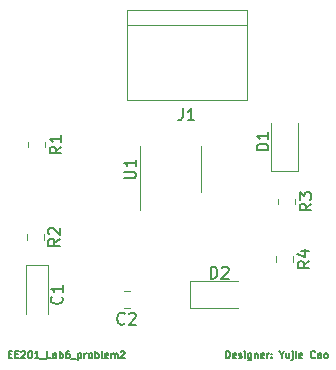
<source format=gbr>
%TF.GenerationSoftware,KiCad,Pcbnew,(6.0.10-0)*%
%TF.CreationDate,2023-02-17T15:47:28-08:00*%
%TF.ProjectId,problem2,70726f62-6c65-46d3-922e-6b696361645f,rev?*%
%TF.SameCoordinates,Original*%
%TF.FileFunction,Legend,Top*%
%TF.FilePolarity,Positive*%
%FSLAX46Y46*%
G04 Gerber Fmt 4.6, Leading zero omitted, Abs format (unit mm)*
G04 Created by KiCad (PCBNEW (6.0.10-0)) date 2023-02-17 15:47:28*
%MOMM*%
%LPD*%
G01*
G04 APERTURE LIST*
%ADD10C,0.150000*%
%ADD11C,0.120000*%
G04 APERTURE END LIST*
D10*
X109414285Y-91397142D02*
X109614285Y-91397142D01*
X109700000Y-91711428D02*
X109414285Y-91711428D01*
X109414285Y-91111428D01*
X109700000Y-91111428D01*
X109957142Y-91397142D02*
X110157142Y-91397142D01*
X110242857Y-91711428D02*
X109957142Y-91711428D01*
X109957142Y-91111428D01*
X110242857Y-91111428D01*
X110471428Y-91168571D02*
X110500000Y-91140000D01*
X110557142Y-91111428D01*
X110700000Y-91111428D01*
X110757142Y-91140000D01*
X110785714Y-91168571D01*
X110814285Y-91225714D01*
X110814285Y-91282857D01*
X110785714Y-91368571D01*
X110442857Y-91711428D01*
X110814285Y-91711428D01*
X111185714Y-91111428D02*
X111242857Y-91111428D01*
X111300000Y-91140000D01*
X111328571Y-91168571D01*
X111357142Y-91225714D01*
X111385714Y-91340000D01*
X111385714Y-91482857D01*
X111357142Y-91597142D01*
X111328571Y-91654285D01*
X111300000Y-91682857D01*
X111242857Y-91711428D01*
X111185714Y-91711428D01*
X111128571Y-91682857D01*
X111100000Y-91654285D01*
X111071428Y-91597142D01*
X111042857Y-91482857D01*
X111042857Y-91340000D01*
X111071428Y-91225714D01*
X111100000Y-91168571D01*
X111128571Y-91140000D01*
X111185714Y-91111428D01*
X111957142Y-91711428D02*
X111614285Y-91711428D01*
X111785714Y-91711428D02*
X111785714Y-91111428D01*
X111728571Y-91197142D01*
X111671428Y-91254285D01*
X111614285Y-91282857D01*
X112071428Y-91768571D02*
X112528571Y-91768571D01*
X112957142Y-91711428D02*
X112671428Y-91711428D01*
X112671428Y-91111428D01*
X113414285Y-91711428D02*
X113414285Y-91397142D01*
X113385714Y-91340000D01*
X113328571Y-91311428D01*
X113214285Y-91311428D01*
X113157142Y-91340000D01*
X113414285Y-91682857D02*
X113357142Y-91711428D01*
X113214285Y-91711428D01*
X113157142Y-91682857D01*
X113128571Y-91625714D01*
X113128571Y-91568571D01*
X113157142Y-91511428D01*
X113214285Y-91482857D01*
X113357142Y-91482857D01*
X113414285Y-91454285D01*
X113700000Y-91711428D02*
X113700000Y-91111428D01*
X113700000Y-91340000D02*
X113757142Y-91311428D01*
X113871428Y-91311428D01*
X113928571Y-91340000D01*
X113957142Y-91368571D01*
X113985714Y-91425714D01*
X113985714Y-91597142D01*
X113957142Y-91654285D01*
X113928571Y-91682857D01*
X113871428Y-91711428D01*
X113757142Y-91711428D01*
X113700000Y-91682857D01*
X114500000Y-91111428D02*
X114385714Y-91111428D01*
X114328571Y-91140000D01*
X114300000Y-91168571D01*
X114242857Y-91254285D01*
X114214285Y-91368571D01*
X114214285Y-91597142D01*
X114242857Y-91654285D01*
X114271428Y-91682857D01*
X114328571Y-91711428D01*
X114442857Y-91711428D01*
X114500000Y-91682857D01*
X114528571Y-91654285D01*
X114557142Y-91597142D01*
X114557142Y-91454285D01*
X114528571Y-91397142D01*
X114500000Y-91368571D01*
X114442857Y-91340000D01*
X114328571Y-91340000D01*
X114271428Y-91368571D01*
X114242857Y-91397142D01*
X114214285Y-91454285D01*
X114671428Y-91768571D02*
X115128571Y-91768571D01*
X115271428Y-91311428D02*
X115271428Y-91911428D01*
X115271428Y-91340000D02*
X115328571Y-91311428D01*
X115442857Y-91311428D01*
X115500000Y-91340000D01*
X115528571Y-91368571D01*
X115557142Y-91425714D01*
X115557142Y-91597142D01*
X115528571Y-91654285D01*
X115500000Y-91682857D01*
X115442857Y-91711428D01*
X115328571Y-91711428D01*
X115271428Y-91682857D01*
X115814285Y-91711428D02*
X115814285Y-91311428D01*
X115814285Y-91425714D02*
X115842857Y-91368571D01*
X115871428Y-91340000D01*
X115928571Y-91311428D01*
X115985714Y-91311428D01*
X116271428Y-91711428D02*
X116214285Y-91682857D01*
X116185714Y-91654285D01*
X116157142Y-91597142D01*
X116157142Y-91425714D01*
X116185714Y-91368571D01*
X116214285Y-91340000D01*
X116271428Y-91311428D01*
X116357142Y-91311428D01*
X116414285Y-91340000D01*
X116442857Y-91368571D01*
X116471428Y-91425714D01*
X116471428Y-91597142D01*
X116442857Y-91654285D01*
X116414285Y-91682857D01*
X116357142Y-91711428D01*
X116271428Y-91711428D01*
X116728571Y-91711428D02*
X116728571Y-91111428D01*
X116728571Y-91340000D02*
X116785714Y-91311428D01*
X116900000Y-91311428D01*
X116957142Y-91340000D01*
X116985714Y-91368571D01*
X117014285Y-91425714D01*
X117014285Y-91597142D01*
X116985714Y-91654285D01*
X116957142Y-91682857D01*
X116900000Y-91711428D01*
X116785714Y-91711428D01*
X116728571Y-91682857D01*
X117357142Y-91711428D02*
X117300000Y-91682857D01*
X117271428Y-91625714D01*
X117271428Y-91111428D01*
X117814285Y-91682857D02*
X117757142Y-91711428D01*
X117642857Y-91711428D01*
X117585714Y-91682857D01*
X117557142Y-91625714D01*
X117557142Y-91397142D01*
X117585714Y-91340000D01*
X117642857Y-91311428D01*
X117757142Y-91311428D01*
X117814285Y-91340000D01*
X117842857Y-91397142D01*
X117842857Y-91454285D01*
X117557142Y-91511428D01*
X118100000Y-91711428D02*
X118100000Y-91311428D01*
X118100000Y-91368571D02*
X118128571Y-91340000D01*
X118185714Y-91311428D01*
X118271428Y-91311428D01*
X118328571Y-91340000D01*
X118357142Y-91397142D01*
X118357142Y-91711428D01*
X118357142Y-91397142D02*
X118385714Y-91340000D01*
X118442857Y-91311428D01*
X118528571Y-91311428D01*
X118585714Y-91340000D01*
X118614285Y-91397142D01*
X118614285Y-91711428D01*
X118871428Y-91168571D02*
X118900000Y-91140000D01*
X118957142Y-91111428D01*
X119100000Y-91111428D01*
X119157142Y-91140000D01*
X119185714Y-91168571D01*
X119214285Y-91225714D01*
X119214285Y-91282857D01*
X119185714Y-91368571D01*
X118842857Y-91711428D01*
X119214285Y-91711428D01*
X127780000Y-91711428D02*
X127780000Y-91111428D01*
X127922857Y-91111428D01*
X128008571Y-91140000D01*
X128065714Y-91197142D01*
X128094285Y-91254285D01*
X128122857Y-91368571D01*
X128122857Y-91454285D01*
X128094285Y-91568571D01*
X128065714Y-91625714D01*
X128008571Y-91682857D01*
X127922857Y-91711428D01*
X127780000Y-91711428D01*
X128608571Y-91682857D02*
X128551428Y-91711428D01*
X128437142Y-91711428D01*
X128380000Y-91682857D01*
X128351428Y-91625714D01*
X128351428Y-91397142D01*
X128380000Y-91340000D01*
X128437142Y-91311428D01*
X128551428Y-91311428D01*
X128608571Y-91340000D01*
X128637142Y-91397142D01*
X128637142Y-91454285D01*
X128351428Y-91511428D01*
X128865714Y-91682857D02*
X128922857Y-91711428D01*
X129037142Y-91711428D01*
X129094285Y-91682857D01*
X129122857Y-91625714D01*
X129122857Y-91597142D01*
X129094285Y-91540000D01*
X129037142Y-91511428D01*
X128951428Y-91511428D01*
X128894285Y-91482857D01*
X128865714Y-91425714D01*
X128865714Y-91397142D01*
X128894285Y-91340000D01*
X128951428Y-91311428D01*
X129037142Y-91311428D01*
X129094285Y-91340000D01*
X129380000Y-91711428D02*
X129380000Y-91311428D01*
X129380000Y-91111428D02*
X129351428Y-91140000D01*
X129380000Y-91168571D01*
X129408571Y-91140000D01*
X129380000Y-91111428D01*
X129380000Y-91168571D01*
X129922857Y-91311428D02*
X129922857Y-91797142D01*
X129894285Y-91854285D01*
X129865714Y-91882857D01*
X129808571Y-91911428D01*
X129722857Y-91911428D01*
X129665714Y-91882857D01*
X129922857Y-91682857D02*
X129865714Y-91711428D01*
X129751428Y-91711428D01*
X129694285Y-91682857D01*
X129665714Y-91654285D01*
X129637142Y-91597142D01*
X129637142Y-91425714D01*
X129665714Y-91368571D01*
X129694285Y-91340000D01*
X129751428Y-91311428D01*
X129865714Y-91311428D01*
X129922857Y-91340000D01*
X130208571Y-91311428D02*
X130208571Y-91711428D01*
X130208571Y-91368571D02*
X130237142Y-91340000D01*
X130294285Y-91311428D01*
X130380000Y-91311428D01*
X130437142Y-91340000D01*
X130465714Y-91397142D01*
X130465714Y-91711428D01*
X130980000Y-91682857D02*
X130922857Y-91711428D01*
X130808571Y-91711428D01*
X130751428Y-91682857D01*
X130722857Y-91625714D01*
X130722857Y-91397142D01*
X130751428Y-91340000D01*
X130808571Y-91311428D01*
X130922857Y-91311428D01*
X130980000Y-91340000D01*
X131008571Y-91397142D01*
X131008571Y-91454285D01*
X130722857Y-91511428D01*
X131265714Y-91711428D02*
X131265714Y-91311428D01*
X131265714Y-91425714D02*
X131294285Y-91368571D01*
X131322857Y-91340000D01*
X131380000Y-91311428D01*
X131437142Y-91311428D01*
X131637142Y-91654285D02*
X131665714Y-91682857D01*
X131637142Y-91711428D01*
X131608571Y-91682857D01*
X131637142Y-91654285D01*
X131637142Y-91711428D01*
X131637142Y-91340000D02*
X131665714Y-91368571D01*
X131637142Y-91397142D01*
X131608571Y-91368571D01*
X131637142Y-91340000D01*
X131637142Y-91397142D01*
X132494285Y-91425714D02*
X132494285Y-91711428D01*
X132294285Y-91111428D02*
X132494285Y-91425714D01*
X132694285Y-91111428D01*
X133151428Y-91311428D02*
X133151428Y-91711428D01*
X132894285Y-91311428D02*
X132894285Y-91625714D01*
X132922857Y-91682857D01*
X132980000Y-91711428D01*
X133065714Y-91711428D01*
X133122857Y-91682857D01*
X133151428Y-91654285D01*
X133437142Y-91311428D02*
X133437142Y-91825714D01*
X133408571Y-91882857D01*
X133351428Y-91911428D01*
X133322857Y-91911428D01*
X133437142Y-91111428D02*
X133408571Y-91140000D01*
X133437142Y-91168571D01*
X133465714Y-91140000D01*
X133437142Y-91111428D01*
X133437142Y-91168571D01*
X133722857Y-91711428D02*
X133722857Y-91311428D01*
X133722857Y-91111428D02*
X133694285Y-91140000D01*
X133722857Y-91168571D01*
X133751428Y-91140000D01*
X133722857Y-91111428D01*
X133722857Y-91168571D01*
X134237142Y-91682857D02*
X134180000Y-91711428D01*
X134065714Y-91711428D01*
X134008571Y-91682857D01*
X133980000Y-91625714D01*
X133980000Y-91397142D01*
X134008571Y-91340000D01*
X134065714Y-91311428D01*
X134180000Y-91311428D01*
X134237142Y-91340000D01*
X134265714Y-91397142D01*
X134265714Y-91454285D01*
X133980000Y-91511428D01*
X135322857Y-91654285D02*
X135294285Y-91682857D01*
X135208571Y-91711428D01*
X135151428Y-91711428D01*
X135065714Y-91682857D01*
X135008571Y-91625714D01*
X134980000Y-91568571D01*
X134951428Y-91454285D01*
X134951428Y-91368571D01*
X134980000Y-91254285D01*
X135008571Y-91197142D01*
X135065714Y-91140000D01*
X135151428Y-91111428D01*
X135208571Y-91111428D01*
X135294285Y-91140000D01*
X135322857Y-91168571D01*
X135837142Y-91711428D02*
X135837142Y-91397142D01*
X135808571Y-91340000D01*
X135751428Y-91311428D01*
X135637142Y-91311428D01*
X135580000Y-91340000D01*
X135837142Y-91682857D02*
X135780000Y-91711428D01*
X135637142Y-91711428D01*
X135580000Y-91682857D01*
X135551428Y-91625714D01*
X135551428Y-91568571D01*
X135580000Y-91511428D01*
X135637142Y-91482857D01*
X135780000Y-91482857D01*
X135837142Y-91454285D01*
X136208571Y-91711428D02*
X136151428Y-91682857D01*
X136122857Y-91654285D01*
X136094285Y-91597142D01*
X136094285Y-91425714D01*
X136122857Y-91368571D01*
X136151428Y-91340000D01*
X136208571Y-91311428D01*
X136294285Y-91311428D01*
X136351428Y-91340000D01*
X136380000Y-91368571D01*
X136408571Y-91425714D01*
X136408571Y-91597142D01*
X136380000Y-91654285D01*
X136351428Y-91682857D01*
X136294285Y-91711428D01*
X136208571Y-91711428D01*
%TO.C,R2*%
X113747380Y-81624282D02*
X113271190Y-81957616D01*
X113747380Y-82195711D02*
X112747380Y-82195711D01*
X112747380Y-81814758D01*
X112795000Y-81719520D01*
X112842619Y-81671901D01*
X112937857Y-81624282D01*
X113080714Y-81624282D01*
X113175952Y-81671901D01*
X113223571Y-81719520D01*
X113271190Y-81814758D01*
X113271190Y-82195711D01*
X112842619Y-81243330D02*
X112795000Y-81195711D01*
X112747380Y-81100473D01*
X112747380Y-80862377D01*
X112795000Y-80767139D01*
X112842619Y-80719520D01*
X112937857Y-80671901D01*
X113033095Y-80671901D01*
X113175952Y-80719520D01*
X113747380Y-81290949D01*
X113747380Y-80671901D01*
%TO.C,D1*%
X131382380Y-74143415D02*
X130382380Y-74143415D01*
X130382380Y-73905320D01*
X130430000Y-73762462D01*
X130525238Y-73667224D01*
X130620476Y-73619605D01*
X130810952Y-73571986D01*
X130953809Y-73571986D01*
X131144285Y-73619605D01*
X131239523Y-73667224D01*
X131334761Y-73762462D01*
X131382380Y-73905320D01*
X131382380Y-74143415D01*
X131382380Y-72619605D02*
X131382380Y-73191034D01*
X131382380Y-72905320D02*
X130382380Y-72905320D01*
X130525238Y-73000558D01*
X130620476Y-73095796D01*
X130668095Y-73191034D01*
%TO.C,R1*%
X113862380Y-73826666D02*
X113386190Y-74160000D01*
X113862380Y-74398095D02*
X112862380Y-74398095D01*
X112862380Y-74017142D01*
X112910000Y-73921904D01*
X112957619Y-73874285D01*
X113052857Y-73826666D01*
X113195714Y-73826666D01*
X113290952Y-73874285D01*
X113338571Y-73921904D01*
X113386190Y-74017142D01*
X113386190Y-74398095D01*
X113862380Y-72874285D02*
X113862380Y-73445714D01*
X113862380Y-73160000D02*
X112862380Y-73160000D01*
X113005238Y-73255238D01*
X113100476Y-73350476D01*
X113148095Y-73445714D01*
%TO.C,J1*%
X124126666Y-70572380D02*
X124126666Y-71286666D01*
X124079047Y-71429523D01*
X123983809Y-71524761D01*
X123840952Y-71572380D01*
X123745714Y-71572380D01*
X125126666Y-71572380D02*
X124555238Y-71572380D01*
X124840952Y-71572380D02*
X124840952Y-70572380D01*
X124745714Y-70715238D01*
X124650476Y-70810476D01*
X124555238Y-70858095D01*
%TO.C,D2*%
X126491904Y-84992380D02*
X126491904Y-83992380D01*
X126730000Y-83992380D01*
X126872857Y-84040000D01*
X126968095Y-84135238D01*
X127015714Y-84230476D01*
X127063333Y-84420952D01*
X127063333Y-84563809D01*
X127015714Y-84754285D01*
X126968095Y-84849523D01*
X126872857Y-84944761D01*
X126730000Y-84992380D01*
X126491904Y-84992380D01*
X127444285Y-84087619D02*
X127491904Y-84040000D01*
X127587142Y-83992380D01*
X127825238Y-83992380D01*
X127920476Y-84040000D01*
X127968095Y-84087619D01*
X128015714Y-84182857D01*
X128015714Y-84278095D01*
X127968095Y-84420952D01*
X127396666Y-84992380D01*
X128015714Y-84992380D01*
%TO.C,U1*%
X119152380Y-76501904D02*
X119961904Y-76501904D01*
X120057142Y-76454285D01*
X120104761Y-76406666D01*
X120152380Y-76311428D01*
X120152380Y-76120952D01*
X120104761Y-76025714D01*
X120057142Y-75978095D01*
X119961904Y-75930476D01*
X119152380Y-75930476D01*
X120152380Y-74930476D02*
X120152380Y-75501904D01*
X120152380Y-75216190D02*
X119152380Y-75216190D01*
X119295238Y-75311428D01*
X119390476Y-75406666D01*
X119438095Y-75501904D01*
%TO.C,C2*%
X119213333Y-88789630D02*
X119165714Y-88837249D01*
X119022857Y-88884868D01*
X118927619Y-88884868D01*
X118784761Y-88837249D01*
X118689523Y-88742011D01*
X118641904Y-88646773D01*
X118594285Y-88456297D01*
X118594285Y-88313440D01*
X118641904Y-88122964D01*
X118689523Y-88027726D01*
X118784761Y-87932488D01*
X118927619Y-87884868D01*
X119022857Y-87884868D01*
X119165714Y-87932488D01*
X119213333Y-87980107D01*
X119594285Y-87980107D02*
X119641904Y-87932488D01*
X119737142Y-87884868D01*
X119975238Y-87884868D01*
X120070476Y-87932488D01*
X120118095Y-87980107D01*
X120165714Y-88075345D01*
X120165714Y-88170583D01*
X120118095Y-88313440D01*
X119546666Y-88884868D01*
X120165714Y-88884868D01*
%TO.C,R4*%
X134852380Y-83511986D02*
X134376190Y-83845320D01*
X134852380Y-84083415D02*
X133852380Y-84083415D01*
X133852380Y-83702462D01*
X133900000Y-83607224D01*
X133947619Y-83559605D01*
X134042857Y-83511986D01*
X134185714Y-83511986D01*
X134280952Y-83559605D01*
X134328571Y-83607224D01*
X134376190Y-83702462D01*
X134376190Y-84083415D01*
X134185714Y-82654843D02*
X134852380Y-82654843D01*
X133804761Y-82892939D02*
X134519047Y-83131034D01*
X134519047Y-82511986D01*
%TO.C,R3*%
X135029444Y-78651986D02*
X134553254Y-78985320D01*
X135029444Y-79223415D02*
X134029444Y-79223415D01*
X134029444Y-78842462D01*
X134077064Y-78747224D01*
X134124683Y-78699605D01*
X134219921Y-78651986D01*
X134362778Y-78651986D01*
X134458016Y-78699605D01*
X134505635Y-78747224D01*
X134553254Y-78842462D01*
X134553254Y-79223415D01*
X134029444Y-78318653D02*
X134029444Y-77699605D01*
X134410397Y-78032939D01*
X134410397Y-77890081D01*
X134458016Y-77794843D01*
X134505635Y-77747224D01*
X134600873Y-77699605D01*
X134838968Y-77699605D01*
X134934206Y-77747224D01*
X134981825Y-77794843D01*
X135029444Y-77890081D01*
X135029444Y-78175796D01*
X134981825Y-78271034D01*
X134934206Y-78318653D01*
%TO.C,C1*%
X113867142Y-86526666D02*
X113914761Y-86574285D01*
X113962380Y-86717142D01*
X113962380Y-86812380D01*
X113914761Y-86955238D01*
X113819523Y-87050476D01*
X113724285Y-87098095D01*
X113533809Y-87145714D01*
X113390952Y-87145714D01*
X113200476Y-87098095D01*
X113105238Y-87050476D01*
X113010000Y-86955238D01*
X112962380Y-86812380D01*
X112962380Y-86717142D01*
X113010000Y-86574285D01*
X113057619Y-86526666D01*
X113962380Y-85574285D02*
X113962380Y-86145714D01*
X113962380Y-85860000D02*
X112962380Y-85860000D01*
X113105238Y-85955238D01*
X113200476Y-86050476D01*
X113248095Y-86145714D01*
D11*
%TO.C,R2*%
X110910000Y-81230552D02*
X110910000Y-81684680D01*
X112380000Y-81230552D02*
X112380000Y-81684680D01*
%TO.C,D1*%
X131615000Y-75865320D02*
X133885000Y-75865320D01*
X131615000Y-71805320D02*
X131615000Y-75865320D01*
X133885000Y-75865320D02*
X133885000Y-71805320D01*
%TO.C,R1*%
X111025000Y-73432936D02*
X111025000Y-73887064D01*
X112495000Y-73432936D02*
X112495000Y-73887064D01*
%TO.C,J1*%
X119380000Y-69850000D02*
X129540000Y-69850000D01*
X119380000Y-62230000D02*
X119380000Y-69850000D01*
X119380000Y-63500000D02*
X129540000Y-63500000D01*
X129540000Y-62230000D02*
X119380000Y-62230000D01*
X129540000Y-69850000D02*
X129540000Y-62230000D01*
%TO.C,D2*%
X128830000Y-85225000D02*
X124770000Y-85225000D01*
X124770000Y-85225000D02*
X124770000Y-87495000D01*
X124770000Y-87495000D02*
X128830000Y-87495000D01*
%TO.C,U1*%
X120540000Y-75740000D02*
X120540000Y-79190000D01*
X125660000Y-75740000D02*
X125660000Y-73790000D01*
X120540000Y-75740000D02*
X120540000Y-73790000D01*
X125660000Y-75740000D02*
X125660000Y-77690000D01*
%TO.C,C2*%
X119641252Y-86017488D02*
X119118748Y-86017488D01*
X119641252Y-87487488D02*
X119118748Y-87487488D01*
%TO.C,R4*%
X132015000Y-83118256D02*
X132015000Y-83572384D01*
X133485000Y-83118256D02*
X133485000Y-83572384D01*
%TO.C,R3*%
X132192064Y-78258256D02*
X132192064Y-78712384D01*
X133662064Y-78258256D02*
X133662064Y-78712384D01*
%TO.C,C1*%
X112695000Y-83875000D02*
X110825000Y-83875000D01*
X112695000Y-87960000D02*
X112695000Y-83875000D01*
X110825000Y-83875000D02*
X110825000Y-87960000D01*
%TD*%
M02*

</source>
